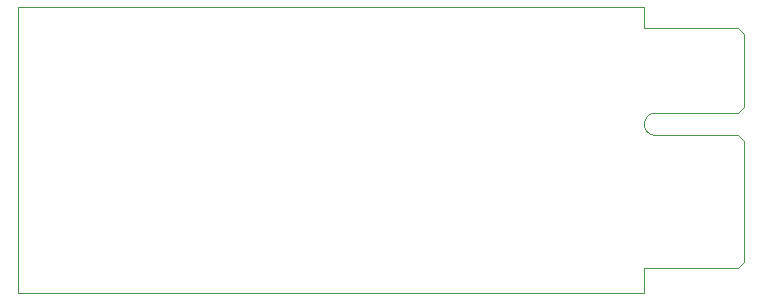
<source format=gbr>
%TF.GenerationSoftware,KiCad,Pcbnew,8.0.3*%
%TF.CreationDate,2024-06-27T21:13:00-04:00*%
%TF.ProjectId,pi-pico-mgmt-module,70692d70-6963-46f2-9d6d-676d742d6d6f,rev?*%
%TF.SameCoordinates,Original*%
%TF.FileFunction,Profile,NP*%
%FSLAX46Y46*%
G04 Gerber Fmt 4.6, Leading zero omitted, Abs format (unit mm)*
G04 Created by KiCad (PCBNEW 8.0.3) date 2024-06-27 21:13:00*
%MOMM*%
%LPD*%
G01*
G04 APERTURE LIST*
%TA.AperFunction,Profile*%
%ADD10C,0.050000*%
%TD*%
%TA.AperFunction,Profile*%
%ADD11C,0.100000*%
%TD*%
G04 APERTURE END LIST*
D10*
X53000000Y0D02*
X53000000Y-1740000D01*
X53000000Y-24140000D02*
X53000000Y-22040000D01*
X0Y0D02*
X0Y-24140000D01*
X0Y0D02*
X53000000Y0D01*
X0Y-24140000D02*
X53000000Y-24140000D01*
D11*
%TO.C,J1*%
X53000000Y-1740000D02*
X60900000Y-1740000D01*
X53000000Y-22040000D02*
X60900000Y-22040000D01*
X53950000Y-8940000D02*
X60900000Y-8940000D01*
X53950000Y-10840000D02*
X60900000Y-10840000D01*
X60900000Y-1740000D02*
X61400000Y-2240000D01*
X60900000Y-8940000D02*
X61400000Y-8440000D01*
X60900000Y-10840000D02*
X61400000Y-11340000D01*
X60900000Y-22040000D02*
X61400000Y-21540000D01*
X61400000Y-8440000D02*
X61400000Y-2240000D01*
X61400000Y-21540000D02*
X61400000Y-11340000D01*
X53950000Y-10840000D02*
G75*
G02*
X53950000Y-8940000I0J950000D01*
G01*
%TD*%
M02*

</source>
